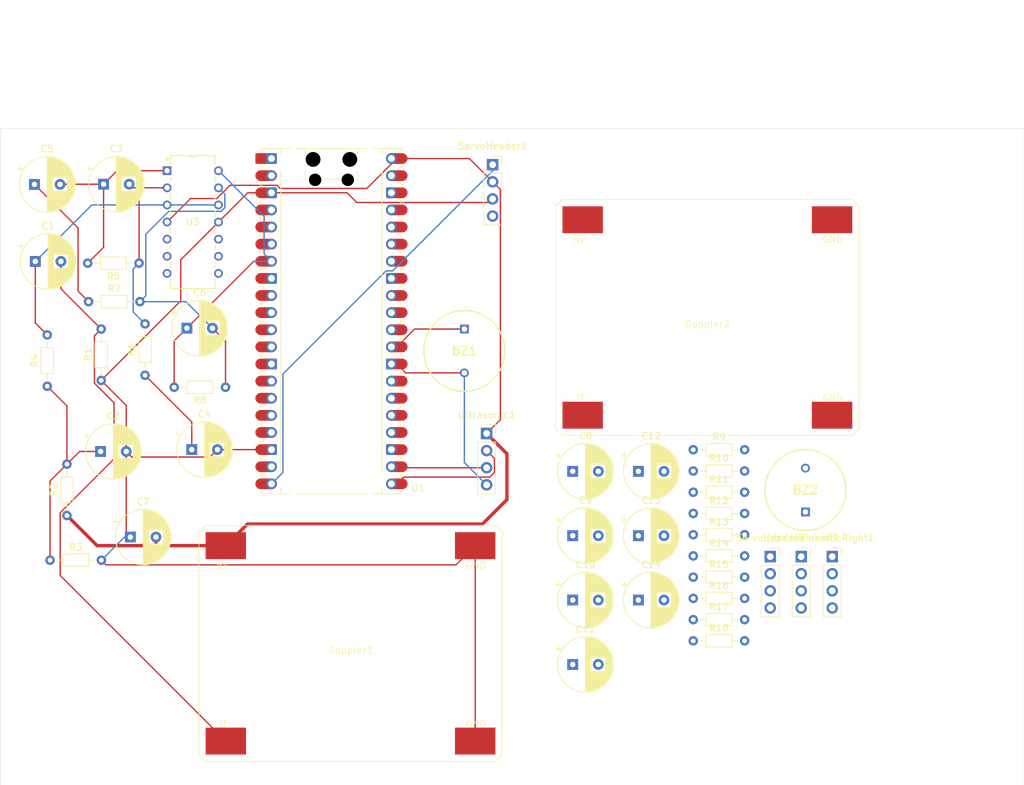
<source format=kicad_pcb>
(kicad_pcb (version 20241229) (generator "pcbnew") (generator_version "9.0")
  (layers (0 "F.Cu" signal) (2 "B.Cu" signal) (13 "F.Paste" user) (15 "B.Paste" user) (5 "F.SilkS" user "F.Silkscreen") (7 "B.SilkS" user "B.Silkscreen") (1 "F.Mask" user) (3 "B.Mask" user) (25 "Edge.Cuts" user))
  (net 0 "")
  (net 1 "Net-(BZ1--)")
  (net 2 "Net-(BZ1-+)")
  (net 3 "Net-(BZ2-+)")
  (net 10 "Net-(C9-Pad1)")
  (net 12 "Net-(Doppler2-Pin_3)")
  (net 24 "Net-(C11-Pad1)")
  (net 27 "GND")
  (net 34 "Net-(U3-2IN-)")
  (net 35 "Net-(C2-Pad1)")
  (net 36 "Net-(C4-Pad1)")
  (net 37 "Net-(C5-Pad1)")
  (net 38 "Net-(U3-1IN-)")
  (net 39 "Net-(U3-1OUT)")
  (net 40 "Net-(Doppler1-Pin_3)")
  (net 42 "Net-(ServoHeader1-Pin_1)")
  (net 43 "Net-(U1-GPIO16)")
  (net 44 "Net-(U1-GPIO17)")
  (net 45 "VCC")
  (net 46 "Net-(U3-2OUT)")
  (net 47 "Net-(C13-Pad1)")
  (net 48 "Net-(C14-Pad2)")
  (net 49 "Net-(U1-GPIO22)")
  (net 50 "Net-(U1-GPIO21)")
  (net 51 "Net-(ServoHeader2-Pin_1)")
  (net 53 "Net-(U1-GPIO19)")
  (net 54 "Net-(U1-GPIO18)")
  (footprint "Capacitor_THT:CP_Radial_D8.0mm_P3.80mm" (layer "F.Cu") (at 190.060396 116.432)
    (property "Reference" "C14" (at 1.9 -5.25 0) (layer "F.SilkS"))
    (property "Value" "2.2n")
    (pad "1" thru_hole rect (at 0 0) (size 1.6 1.6) (drill 0.8) (layers "*.Cu" "*.Mask") (net 27 "GND"))
    (pad "2" thru_hole circle (at 3.8 0) (size 1.6 1.6) (drill 0.8) (layers "*.Cu" "*.Mask") (net 48 "Net-(C14-Pad2)"))
  )
  (footprint "Resistor_THT:R_Axial_DIN0204_L3.6mm_D1.6mm_P7.62mm_Horizontal" (layer "F.Cu") (at 198.201 109.882)
    (property "Reference" "R14" (at 3.81 -1.92 0) (layer "F.SilkS"))
    (property "Value" "1M")
    (pad "1" thru_hole circle (at 0 0) (size 1.4 1.4) (drill 0.7) (layers "*.Cu" "*.Mask") (net 34 "Net-(U3-2IN-)"))
    (pad "2" thru_hole oval (at 7.62 0) (size 1.4 1.4) (drill 0.7) (layers "*.Cu" "*.Mask") (net 46 "Net-(U3-2OUT)"))
  )
  (footprint "Capacitor_THT:CP_Radial_D8.0mm_P3.80mm" (layer "F.Cu") (at 123.800349 94.107)
    (property "Reference" "C4" (at 1.9 -5.25 0) (layer "F.SilkS"))
    (property "Value" "4.7u")
    (pad "1" thru_hole rect (at 0 0) (size 1.6 1.6) (drill 0.8) (layers "*.Cu" "*.Mask") (net 36 "Net-(C4-Pad1)"))
    (pad "2" thru_hole circle (at 3.8 0) (size 1.6 1.6) (drill 0.8) (layers "*.Cu" "*.Mask") (net 27 "GND"))
  )
  (footprint "Connector_PinSocket_2.54mm:PinSocket_1x04_P2.54mm_Vertical" (layer "F.Cu") (at 218.821 109.982)
    (property "Reference" "UltrasonicRight1" (at 0 -2.77 0) (layer "F.SilkS"))
    (property "Value" "Conn_01x04")
    (pad "1" thru_hole rect (at 0 0) (size 1.7 1.7) (drill 1) (layers "*.Cu" "*.Mask") (net 45 "VCC"))
    (pad "2" thru_hole circle (at 0 2.54) (size 1.7 1.7) (drill 1) (layers "*.Cu" "*.Mask") (net 54 "Net-(U1-GPIO18)"))
    (pad "3" thru_hole circle (at 0 5.08) (size 1.7 1.7) (drill 1) (layers "*.Cu" "*.Mask") (net 53 "Net-(U1-GPIO19)"))
    (pad "4" thru_hole circle (at 0 7.62) (size 1.7 1.7) (drill 1) (layers "*.Cu" "*.Mask") (net 27 "GND"))
  )
  (footprint "Resistor_THT:R_Axial_DIN0204_L3.6mm_D1.6mm_P7.62mm_Horizontal" (layer "F.Cu") (at 128.811 84.86 180)
    (property "Reference" "R8" (at 3.81 -1.92 0) (layer "F.SilkS"))
    (property "Value" "1m")
    (pad "1" thru_hole circle (at 0 0 180) (size 1.4 1.4) (drill 0.7) (layers "*.Cu" "*.Mask") (net 27 "GND"))
    (pad "2" thru_hole oval (at 7.62 0 180) (size 1.4 1.4) (drill 0.7) (layers "*.Cu" "*.Mask") (net 27 "GND"))
  )
  (footprint "Resistor_THT:R_Axial_DIN0204_L3.6mm_D1.6mm_P7.62mm_Horizontal" (layer "F.Cu") (at 198.201 116.182)
    (property "Reference" "R16" (at 3.81 -1.92 0) (layer "F.SilkS"))
    (property "Value" "1m")
    (pad "1" thru_hole circle (at 0 0) (size 1.4 1.4) (drill 0.7) (layers "*.Cu" "*.Mask") (net 48 "Net-(C14-Pad2)"))
    (pad "2" thru_hole oval (at 7.62 0) (size 1.4 1.4) (drill 0.7) (layers "*.Cu" "*.Mask") (net 27 "GND"))
  )
  (footprint "RadarFootprints:N14" (layer "F.Cu") (at 127.762 67.969)
    (property "Reference" "U3" (at -3.81 -7.62 0) (layer "F.SilkS"))
    (property "Value" "LM324N")
    (fp_text user "*" (at -7.62 -16.6497 0) (layer "F.SilkS"))
    (fp_text user "*" (at -7.62 -16.6497 0) (layer "F.SilkS"))
    (pad "1" thru_hole rect (at -7.62 -15.24) (size 1.2954 1.2954) (drill 0.7874) (layers "*.Cu" "*.Mask") (net 39 "Net-(U3-1OUT)"))
    (pad "2" thru_hole circle (at -7.62 -12.7) (size 1.2954 1.2954) (drill 0.7874) (layers "*.Cu" "*.Mask") (net 38 "Net-(U3-1IN-)"))
    (pad "3" thru_hole circle (at -7.62 -10.16) (size 1.2954 1.2954) (drill 0.7874) (layers "*.Cu" "*.Mask") (net 27 "GND"))
    (pad "4" thru_hole circle (at -7.62 -7.62) (size 1.2954 1.2954) (drill 0.7874) (layers "*.Cu" "*.Mask") (net 45 "VCC"))
    (pad "5" thru_hole circle (at -7.62 -5.08) (size 1.2954 1.2954) (drill 0.7874) (layers "*.Cu" "*.Mask") (net 27 "GND"))
    (pad "6" thru_hole circle (at -7.62 -2.54) (size 1.2954 1.2954) (drill 0.7874) (layers "*.Cu" "*.Mask") (net 34 "Net-(U3-2IN-)"))
    (pad "7" thru_hole circle (at -7.62 0) (size 1.2954 1.2954) (drill 0.7874) (layers "*.Cu" "*.Mask") (net 46 "Net-(U3-2OUT)"))
    (pad "8" thru_hole circle (at 0 0) (size 1.2954 1.2954) (drill 0.7874) (layers "*.Cu" "*.Mask") (net 27 "GND"))
    (pad "9" thru_hole circle (at 0 -2.54) (size 1.2954 1.2954) (drill 0.7874) (layers "*.Cu" "*.Mask") (net 27 "GND"))
    (pad "10" thru_hole circle (at 0 -5.08) (size 1.2954 1.2954) (drill 0.7874) (layers "*.Cu" "*.Mask") (net 27 "GND"))
    (pad "11" thru_hole circle (at 0 -7.62) (size 1.2954 1.2954) (drill 0.7874) (layers "*.Cu" "*.Mask") (net 27 "GND"))
    (pad "12" thru_hole circle (at 0 -10.16) (size 1.2954 1.2954) (drill 0.7874) (layers "*.Cu" "*.Mask") (net 27 "GND"))
    (pad "13" thru_hole circle (at 0 -12.7) (size 1.2954 1.2954) (drill 0.7874) (layers "*.Cu" "*.Mask") (net 27 "GND"))
    (pad "14" thru_hole circle (at 0 -15.24) (size 1.2954 1.2954) (drill 0.7874) (layers "*.Cu" "*.Mask") (net 27 "GND"))
  )
  (footprint "Resistor_THT:R_Axial_DIN0204_L3.6mm_D1.6mm_P7.62mm_Horizontal" (layer "F.Cu") (at 105.283 103.886 90)
    (property "Reference" "R2" (at 3.81 -1.92 90) (layer "F.SilkS"))
    (property "Value" "100k")
    (pad "1" thru_hole circle (at 0 0 90) (size 1.4 1.4) (drill 0.7) (layers "*.Cu" "*.Mask") (net 45 "VCC"))
    (pad "2" thru_hole oval (at 7.62 0 90) (size 1.4 1.4) (drill 0.7) (layers "*.Cu" "*.Mask") (net 35 "Net-(C2-Pad1)"))
  )
  (footprint "Capacitor_THT:CP_Radial_D8.0mm_P3.80mm" (layer "F.Cu") (at 180.315698 125.982)
    (property "Reference" "C11" (at 1.9 -5.25 0) (layer "F.SilkS"))
    (property "Value" "4.7u")
    (pad "1" thru_hole rect (at 0 0) (size 1.6 1.6) (drill 0.8) (layers "*.Cu" "*.Mask") (net 24 "Net-(C11-Pad1)"))
    (pad "2" thru_hole circle (at 3.8 0) (size 1.6 1.6) (drill 0.8) (layers "*.Cu" "*.Mask") (net 27 "GND"))
  )
  (footprint "Capacitor_THT:CP_Radial_D8.0mm_P3.80mm" (layer "F.Cu") (at 180.315698 106.882)
    (property "Reference" "C9" (at 1.9 -5.25 0) (layer "F.SilkS"))
    (property "Value" "100uf")
    (pad "1" thru_hole rect (at 0 0) (size 1.6 1.6) (drill 0.8) (layers "*.Cu" "*.Mask") (net 10 "Net-(C9-Pad1)"))
    (pad "2" thru_hole circle (at 3.8 0) (size 1.6 1.6) (drill 0.8) (layers "*.Cu" "*.Mask") (net 27 "GND"))
  )
  (footprint "Capacitor_THT:CP_Radial_D8.0mm_P3.80mm" (layer "F.Cu") (at 114.689349 107.085)
    (property "Reference" "C7" (at 1.9 -5.25 0) (layer "F.SilkS"))
    (property "Value" "0.1u")
    (pad "1" thru_hole rect (at 0 0) (size 1.6 1.6) (drill 0.8) (layers "*.Cu" "*.Mask") (net 27 "GND"))
    (pad "2" thru_hole circle (at 3.8 0) (size 1.6 1.6) (drill 0.8) (layers "*.Cu" "*.Mask") (net 45 "VCC"))
  )
  (footprint "Capacitor_THT:CP_Radial_D8.0mm_P3.80mm" (layer "F.Cu") (at 180.315698 116.432)
    (property "Reference" "C10" (at 1.9 -5.25 0) (layer "F.SilkS"))
    (property "Value" "4.7u")
    (pad "1" thru_hole rect (at 0 0) (size 1.6 1.6) (drill 0.8) (layers "*.Cu" "*.Mask") (net 27 "GND"))
    (pad "2" thru_hole circle (at 3.8 0) (size 1.6 1.6) (drill 0.8) (layers "*.Cu" "*.Mask") (net 12 "Net-(Doppler2-Pin_3)"))
  )
  (footprint "Capacitor_THT:CP_Radial_D8.0mm_P3.80mm" (layer "F.Cu") (at 110.719349 54.737)
    (property "Reference" "C3" (at 1.9 -5.25 0) (layer "F.SilkS"))
    (property "Value" "2.2n")
    (pad "1" thru_hole rect (at 0 0) (size 1.6 1.6) (drill 0.8) (layers "*.Cu" "*.Mask") (net 39 "Net-(U3-1OUT)"))
    (pad "2" thru_hole circle (at 3.8 0) (size 1.6 1.6) (drill 0.8) (layers "*.Cu" "*.Mask") (net 38 "Net-(U3-1IN-)"))
  )
  (footprint "Capacitor_THT:CP_Radial_D8.0mm_P3.80mm" (layer "F.Cu") (at 100.465349 54.761)
    (property "Reference" "C5" (at 1.9 -5.25 0) (layer "F.SilkS"))
    (property "Value" "4.7u")
    (pad "1" thru_hole rect (at 0 0) (size 1.6 1.6) (drill 0.8) (layers "*.Cu" "*.Mask") (net 37 "Net-(C5-Pad1)"))
    (pad "2" thru_hole circle (at 3.8 0) (size 1.6 1.6) (drill 0.8) (layers "*.Cu" "*.Mask") (net 39 "Net-(U3-1OUT)"))
  )
  (footprint "Capacitor_THT:CP_Radial_D8.0mm_P3.80mm" (layer "F.Cu") (at 123.071349 76.097)
    (property "Reference" "C6" (at 1.9 -5.25 0) (layer "F.SilkS"))
    (property "Value" "2.2n")
    (pad "1" thru_hole rect (at 0 0) (size 1.6 1.6) (drill 0.8) (layers "*.Cu" "*.Mask") (net 27 "GND"))
    (pad "2" thru_hole circle (at 3.8 0) (size 1.6 1.6) (drill 0.8) (layers "*.Cu" "*.Mask") (net 27 "GND"))
  )
  (footprint "RadarFootprints:COM07950" (layer "F.Cu") (at 164.244 76.224 180)
    (property "Reference" "BZ1" (at 0 -3.25 0) (layer "F.SilkS") (effects (font (size 1.27 1.27) (thickness 0.254))))
    (property "Value" "Buzzer" (hide yes))
    (pad "1" thru_hole rect (at 0 0 180) (size 1.3 1.3) (drill 0.8) (layers "*.Cu" "*.Mask") (net 2 "Net-(BZ1-+)"))
    (pad "2" thru_hole circle (at 0 -6.5 180) (size 1.3 1.3) (drill 0.8) (layers "*.Cu" "*.Mask") (net 27 "GND"))
  )
  (footprint "Connector_PinSocket_2.54mm:PinSocket_1x04_P2.54mm_Vertical" (layer "F.Cu") (at 214.221 109.982)
    (property "Reference" "UltrasonicLeft1" (at 0 -2.77 0) (layer "F.SilkS"))
    (property "Value" "Conn_01x04")
    (pad "1" thru_hole rect (at 0 0) (size 1.7 1.7) (drill 1) (layers "*.Cu" "*.Mask") (net 45 "VCC"))
    (pad "2" thru_hole circle (at 0 2.54) (size 1.7 1.7) (drill 1) (layers "*.Cu" "*.Mask") (net 43 "Net-(U1-GPIO16)"))
    (pad "3" thru_hole circle (at 0 5.08) (size 1.7 1.7) (drill 1) (layers "*.Cu" "*.Mask") (net 44 "Net-(U1-GPIO17)"))
    (pad "4" thru_hole circle (at 0 7.62) (size 1.7 1.7) (drill 1) (layers "*.Cu" "*.Mask") (net 27 "GND"))
  )
  (footprint "RadarFootprints:HB100" (layer "F.Cu") (at 200.296 76.007)
    (property "Reference" "Doppler2" (at 0 -0.5 0) (layer "F.SilkS") (effects (font (thickness 0.1))))
    (property "Value" "Conn_01x04")
    (fp_text user "GND" (at 17 -12.5 0) (layer "F.SilkS") (effects (font (thickness 0.1)) (justify left bottom)))
    (fp_text user "IF" (at -19.5 11 0) (layer "F.SilkS") (effects (font (thickness 0.1)) (justify left bottom)))
    (fp_text user "GND" (at 17 11 0) (layer "F.SilkS") (effects (font (thickness 0.1)) (justify left bottom)))
    (fp_text user "5V" (at -20 -12.5 0) (layer "F.SilkS") (effects (font (thickness 0.1)) (justify left bottom)))
    (pad "1" smd rect (at 18.5 -16) (size 6 4) (layers "F.Cu" "F.Mask" "F.Paste") (net 27 "GND"))
    (pad "2" smd rect (at -18.5 -16) (size 6 4) (layers "F.Cu" "F.Mask" "F.Paste") (net 45 "VCC"))
    (pad "3" smd rect (at -18.5 13) (size 6 4) (layers "F.Cu" "F.Mask" "F.Paste") (net 12 "Net-(Doppler2-Pin_3)"))
    (pad "4" smd rect (at 18.5 13) (size 6 4) (layers "F.Cu" "F.Mask" "F.Paste") (net 27 "GND"))
  )
  (footprint "Resistor_THT:R_Axial_DIN0204_L3.6mm_D1.6mm_P7.62mm_Horizontal" (layer "F.Cu") (at 198.201 119.332)
    (property "Reference" "R17" (at 3.81 -1.92 0) (layer "F.SilkS"))
    (property "Value" "TBD")
    (pad "1" thru_hole circle (at 0 0) (size 1.4 1.4) (drill 0.7) (layers "*.Cu" "*.Mask") (net 49 "Net-(U1-GPIO22)"))
    (pad "2" thru_hole oval (at 7.62 0) (size 1.4 1.4) (drill 0.7) (layers "*.Cu" "*.Mask") (net 2 "Net-(BZ1-+)"))
  )
  (footprint "Connector_PinSocket_2.54mm:PinSocket_1x04_P2.54mm_Vertical" (layer "F.Cu") (at 168.435 51.84)
    (property "Reference" "ServoHeader1" (at 0 -2.77 0) (layer "F.SilkS"))
    (property "Value" "Conn_01x04")
    (pad "1" thru_hole rect (at 0 0) (size 1.7 1.7) (drill 1) (layers "*.Cu" "*.Mask") (net 42 "Net-(ServoHeader1-Pin_1)"))
    (pad "2" thru_hole circle (at 0 2.54) (size 1.7 1.7) (drill 1) (layers "*.Cu" "*.Mask") (net 45 "VCC"))
    (pad "3" thru_hole circle (at 0 5.08) (size 1.7 1.7) (drill 1) (layers "*.Cu" "*.Mask") (net 27 "GND"))
    (pad "4" thru_hole circle (at 0 7.62) (size 1.7 1.7) (drill 1) (layers "*.Cu" "*.Mask"))
  )
  (footprint "Resistor_THT:R_Axial_DIN0204_L3.6mm_D1.6mm_P7.62mm_Horizontal" (layer "F.Cu") (at 198.201 106.732)
    (property "Reference" "R13" (at 3.81 -1.92 0) (layer "F.SilkS"))
    (property "Value" "10k")
    (pad "1" thru_hole circle (at 0 0) (size 1.4 1.4) (drill 0.7) (layers "*.Cu" "*.Mask") (net 24 "Net-(C11-Pad1)"))
    (pad "2" thru_hole oval (at 7.62 0) (size 1.4 1.4) (drill 0.7) (layers "*.Cu" "*.Mask") (net 34 "Net-(U3-2IN-)"))
  )
  (footprint "Capacitor_THT:CP_Radial_D8.0mm_P3.80mm" (layer "F.Cu") (at 100.592349 66.191)
    (property "Reference" "C1" (at 1.9 -5.25 0) (layer "F.SilkS"))
    (property "Value" "4.7u")
    (pad "1" thru_hole rect (at 0 0) (size 1.6 1.6) (drill 0.8) (layers "*.Cu" "*.Mask") (net 27 "GND"))
    (pad "2" thru_hole circle (at 3.8 0) (size 1.6 1.6) (drill 0.8) (layers "*.Cu" "*.Mask") (net 40 "Net-(Doppler1-Pin_3)"))
  )
  (footprint "Resistor_THT:R_Axial_DIN0204_L3.6mm_D1.6mm_P7.62mm_Horizontal" (layer "F.Cu") (at 108.491 72.16)
    (property "Reference" "R7" (at 3.81 -1.92 0) (layer "F.SilkS"))
    (property "Value" "8.2k")
    (pad "1" thru_hole circle (at 0 0) (size 1.4 1.4) (drill 0.7) (layers "*.Cu" "*.Mask") (net 37 "Net-(C5-Pad1)"))
    (pad "2" thru_hole oval (at 7.62 0) (size 1.4 1.4) (drill 0.7) (layers "*.Cu" "*.Mask") (net 27 "GND"))
  )
  (footprint "Resistor_THT:R_Axial_DIN0204_L3.6mm_D1.6mm_P7.62mm_Horizontal" (layer "F.Cu") (at 198.201 122.482)
    (property "Reference" "R18" (at 3.81 -1.92 0) (layer "F.SilkS"))
    (property "Value" "TBD")
    (pad "1" thru_hole circle (at 0 0) (size 1.4 1.4) (drill 0.7) (layers "*.Cu" "*.Mask") (net 50 "Net-(U1-GPIO21)"))
    (pad "2" thru_hole oval (at 7.62 0) (size 1.4 1.4) (drill 0.7) (layers "*.Cu" "*.Mask") (net 3 "Net-(BZ2-+)"))
  )
  (footprint "Capacitor_THT:CP_Radial_D8.0mm_P3.80mm" (layer "F.Cu") (at 190.060396 97.332)
    (property "Reference" "C12" (at 1.9 -5.25 0) (layer "F.SilkS"))
    (property "Value" "2.2n")
    (pad "1" thru_hole rect (at 0 0) (size 1.6 1.6) (drill 0.8) (layers "*.Cu" "*.Mask") (net 46 "Net-(U3-2OUT)"))
    (pad "2" thru_hole circle (at 3.8 0) (size 1.6 1.6) (drill 0.8) (layers "*.Cu" "*.Mask") (net 34 "Net-(U3-2IN-)"))
  )
  (footprint "Resistor_THT:R_Axial_DIN0204_L3.6mm_D1.6mm_P7.62mm_Horizontal" (layer "F.Cu") (at 116.873 83.082 90)
    (property "Reference" "R6" (at 3.81 -1.92 90) (layer "F.SilkS"))
    (property "Value" "10k")
    (pad "1" thru_hole circle (at 0 0 90) (size 1.4 1.4) (drill 0.7) (layers "*.Cu" "*.Mask") (net 36 "Net-(C4-Pad1)"))
    (pad "2" thru_hole oval (at 7.62 0 90) (size 1.4 1.4) (drill 0.7) (layers "*.Cu" "*.Mask") (net 38 "Net-(U3-1IN-)"))
  )
  (footprint "Capacitor_THT:CP_Radial_D8.0mm_P3.80mm" (layer "F.Cu") (at 110.279 94.385)
    (property "Reference" "C2" (at 1.9 -5.25 0) (layer "F.SilkS"))
    (property "Value" "100uf")
    (pad "1" thru_hole rect (at 0 0) (size 1.6 1.6) (drill 0.8) (layers "*.Cu" "*.Mask") (net 35 "Net-(C2-Pad1)"))
    (pad "2" thru_hole circle (at 3.8 0) (size 1.6 1.6) (drill 0.8) (layers "*.Cu" "*.Mask") (net 27 "GND"))
  )
  (footprint "Connector_PinSocket_2.54mm:PinSocket_1x04_P2.54mm_Vertical" (layer "F.Cu") (at 209.621 109.982)
    (property "Reference" "ServoHeader2" (at 0 -2.77 0) (layer "F.SilkS"))
    (property "Value" "Conn_01x04")
    (pad "1" thru_hole rect (at 0 0) (size 1.7 1.7) (drill 1) (layers "*.Cu" "*.Mask") (net 51 "Net-(ServoHeader2-Pin_1)"))
    (pad "2" thru_hole circle (at 0 2.54) (size 1.7 1.7) (drill 1) (layers "*.Cu" "*.Mask") (net 45 "VCC"))
    (pad "3" thru_hole circle (at 0 5.08) (size 1.7 1.7) (drill 1) (layers "*.Cu" "*.Mask") (net 27 "GND"))
    (pad "4" thru_hole circle (at 0 7.62) (size 1.7 1.7) (drill 1) (layers "*.Cu" "*.Mask"))
  )
  (footprint "Resistor_THT:R_Axial_DIN0204_L3.6mm_D1.6mm_P7.62mm_Horizontal" (layer "F.Cu") (at 198.201 100.432)
    (property "Reference" "R11" (at 3.81 -1.92 0) (layer "F.SilkS"))
    (property "Value" "12k")
    (pad "1" thru_hole circle (at 0 0) (size 1.4 1.4) (drill 0.7) (layers "*.Cu" "*.Mask") (net 27 "GND"))
    (pad "2" thru_hole oval (at 7.62 0) (size 1.4 1.4) (drill 0.7) (layers "*.Cu" "*.Mask") (net 12 "Net-(Doppler2-Pin_3)"))
  )
  (footprint "Resistor_THT:R_Axial_DIN0204_L3.6mm_D1.6mm_P7.62mm_Horizontal" (layer "F.Cu") (at 198.201 94.132)
    (property "Reference" "R9" (at 3.81 -1.92 0) (layer "F.SilkS"))
    (property "Value" "100k")
    (pad "1" thru_hole circle (at 0 0) (size 1.4 1.4) (drill 0.7) (layers "*.Cu" "*.Mask") (net 10 "Net-(C9-Pad1)"))
    (pad "2" thru_hole oval (at 7.62 0) (size 1.4 1.4) (drill 0.7) (layers "*.Cu" "*.Mask") (net 27 "GND"))
  )
  (footprint "Connector_PinSocket_2.54mm:PinSocket_1x04_P2.54mm_Vertical" (layer "F.Cu") (at 167.546 91.718)
    (property "Reference" "Ultrasonic1" (at 0 -2.77 0) (layer "F.SilkS"))
    (property "Value" "Conn_01x04")
    (pad "1" thru_hole rect (at 0 0) (size 1.7 1.7) (drill 1) (layers "*.Cu" "*.Mask") (net 45 "VCC"))
    (pad "2" thru_hole circle (at 0 2.54) (size 1.7 1.7) (drill 1) (layers "*.Cu" "*.Mask") (net 43 "Net-(U1-GPIO16)"))
    (pad "3" thru_hole circle (at 0 5.08) (size 1.7 1.7) (drill 1) (layers "*.Cu" "*.Mask") (net 44 "Net-(U1-GPIO17)"))
    (pad "4" thru_hole circle (at 0 7.62) (size 1.7 1.7) (drill 1) (layers "*.Cu" "*.Mask") (net 1 "Net-(BZ1--)"))
  )
  (footprint "Capacitor_THT:CP_Radial_D8.0mm_P3.80mm" (layer "F.Cu") (at 190.060396 106.882)
    (property "Reference" "C13" (at 1.9 -5.25 0) (layer "F.SilkS"))
    (property "Value" "4.7u")
    (pad "1" thru_hole rect (at 0 0) (size 1.6 1.6) (drill 0.8) (layers "*.Cu" "*.Mask") (net 47 "Net-(C13-Pad1)"))
    (pad "2" thru_hole circle (at 3.8 0) (size 1.6 1.6) (drill 0.8) (layers "*.Cu" "*.Mask") (net 46 "Net-(U3-2OUT)"))
  )
  (footprint "Resistor_THT:R_Axial_DIN0204_L3.6mm_D1.6mm_P7.62mm_Horizontal" (layer "F.Cu") (at 102.776 110.514)
    (property "Reference" "R3" (at 3.81 -1.92 0) (layer "F.SilkS"))
    (property "Value" "100k")
    (pad "1" thru_hole circle (at 0 0) (size 1.4 1.4) (drill 0.7) (layers "*.Cu" "*.Mask") (net 35 "Net-(C2-Pad1)"))
    (pad "2" thru_hole oval (at 7.62 0) (size 1.4 1.4) (drill 0.7) (layers "*.Cu" "*.Mask") (net 27 "GND"))
  )
  (footprint "Resistor_THT:R_Axial_DIN0204_L3.6mm_D1.6mm_P7.62mm_Horizontal" (layer "F.Cu") (at 102.362 84.709 90)
    (property "Reference" "R4" (at 3.81 -1.92 90) (layer "F.SilkS"))
    (property "Value" "33k")
    (pad "1" thru_hole circle (at 0 0 90) (size 1.4 1.4) (drill 0.7) (layers "*.Cu" "*.Mask") (net 35 "Net-(C2-Pad1)"))
    (pad "2" thru_hole oval (at 7.62 0 90) (size 1.4 1.4) (drill 0.7) (layers "*.Cu" "*.Mask") (net 27 "GND"))
  )
  (footprint "Resistor_THT:R_Axial_DIN0204_L3.6mm_D1.6mm_P7.62mm_Horizontal" (layer "F.Cu") (at 198.201 97.282)
    (property "Reference" "R10" (at 3.81 -1.92 0) (layer "F.SilkS"))
    (property "Value" "100k")
    (pad "1" thru_hole circle (at 0 0) (size 1.4 1.4) (drill 0.7) (layers "*.Cu" "*.Mask") (net 45 "VCC"))
    (pad "2" thru_hole oval (at 7.62 0) (size 1.4 1.4) (drill 0.7) (layers "*.Cu" "*.Mask") (net 10 "Net-(C9-Pad1)"))
  )
  (footprint "RadarFootprints:COM07950" (layer "F.Cu") (at 214.846 103.357)
    (property "Reference" "BZ2" (at 0 -3.25 0) (layer "F.SilkS") (effects (font (size 1.27 1.27) (thickness 0.254))))
    (property "Value" "Buzzer" (hide yes))
    (pad "1" thru_hole rect (at 0 0) (size 1.3 1.3) (drill 0.8) (layers "*.Cu" "*.Mask") (net 3 "Net-(BZ2-+)"))
    (pad "2" thru_hole circle (at 0 -6.5) (size 1.3 1.3) (drill 0.8) (layers "*.Cu" "*.Mask") (net 27 "GND"))
  )
  (footprint "Module:RaspberryPi_Pico_Common_Unspecified" (layer "F.Cu") (at 144.526 75.057)
    (property "Reference" "U1" (at 11.7475 24.765 0) (layer "F.SilkS") (effects (justify left)))
    (property "Value" "Pico")
    (pad "" np_thru_hole circle (at -2.725 -24) (size 2.2 2.2) (drill 2.2) (layers "*.Mask"))
    (pad "" np_thru_hole circle (at -2.425 -20.97) (size 1.85 1.85) (drill 1.85) (layers "*.Mask"))
    (pad "" np_thru_hole circle (at 2.425 -20.97) (size 1.85 1.85) (drill 1.85) (layers "*.Mask"))
    (pad "" np_thru_hole circle (at 2.725 -24) (size 2.2 2.2) (drill 2.2) (layers "*.Mask"))
    (pad "1" smd custom (at -9.69 -24.13) (size 1.6 0.8) (layers "F.Cu" "F.Mask") (options (clearance outline) (anchor rect)) (primitives (gr_circle (center 0.8 0) (end 1.6 0) (width 0) (fill yes)) (gr_poly (pts (xy -1.6 -0.6) (xy -1.6 0.6) (xy -1.4 0.8) (xy 0.8 0.8) (xy 0.8 -0.8) (xy -1.4 -0.8)) (width 0) (fill yes)) (gr_circle (center -1.4 -0.6) (end -1.2 -0.6) (width 0) (fill yes)) (gr_circle (center -1.4 0.6) (end -1.2 0.6) (width 0) (fill yes))))
    (pad "1" thru_hole roundrect (at -8.89 -24.13) (size 1.6 1.6) (drill 1) (layers "*.Cu" "*.Mask") (roundrect_rratio 0.125))
    (pad "2" smd roundrect (at -9.69 -21.59) (size 3.2 1.6) (layers "F.Cu" "F.Mask") (roundrect_rratio 0.5))
    (pad "2" thru_hole circle (at -8.89 -21.59) (size 1.6 1.6) (drill 1) (layers "*.Cu" "*.Mask"))
    (pad "3" smd custom (at -9.69 -19.05) (size 1.6 0.8) (layers "F.Cu" "F.Mask") (net 27 "GND") (options (clearance outline) (anchor rect)) (primitives (gr_circle (center -0.8 0) (end 0 0) (width 0) (fill yes)) (gr_poly (pts (xy 1.6 -0.6) (xy 1.6 0.6) (xy 1.4 0.8) (xy -0.8 0.8) (xy -0.8 -0.8) (xy 1.4 -0.8)) (width 0) (fill yes)) (gr_circle (center 1.4 -0.6) (end 1.6 -0.6) (width 0) (fill yes)) (gr_circle (center 1.4 0.6) (end 1.6 0.6) (width 0) (fill yes))))
    (pad "3" thru_hole custom (at -8.89 -19.05) (size 1.6 1.6) (drill 1) (layers "*.Cu" "*.Mask") (net 27 "GND") (options (clearance outline) (anchor circle)) (primitives (gr_poly (pts (xy 0.8 0.6) (xy 0.8 -0.6) (xy 0.6 -0.8) (xy 0 -0.8) (xy 0 0.8) (xy 0.6 0.8)) (width 0) (fill yes)) (gr_circle (center 0.6 0.6) (end 0.8 0.6) (width 0) (fill yes)) (gr_circle (center 0.6 -0.6) (end 0.8 -0.6) (width 0) (fill yes))))
    (pad "4" smd roundrect (at -9.69 -16.51) (size 3.2 1.6) (layers "F.Cu" "F.Mask") (roundrect_rratio 0.5))
    (pad "4" thru_hole circle (at -8.89 -16.51) (size 1.6 1.6) (drill 1) (layers "*.Cu" "*.Mask"))
    (pad "5" smd roundrect (at -9.69 -13.97) (size 3.2 1.6) (layers "F.Cu" "F.Mask") (roundrect_rratio 0.5))
    (pad "5" thru_hole circle (at -8.89 -13.97) (size 1.6 1.6) (drill 1) (layers "*.Cu" "*.Mask"))
    (pad "6" smd roundrect (at -9.69 -11.43) (size 3.2 1.6) (layers "F.Cu" "F.Mask") (roundrect_rratio 0.5) (net 27 "GND"))
    (pad "6" thru_hole circle (at -8.89 -11.43) (size 1.6 1.6) (drill 1) (layers "*.Cu" "*.Mask") (net 27 "GND"))
    (pad "7" smd roundrect (at -9.69 -8.89) (size 3.2 1.6) (layers "F.Cu" "F.Mask") (roundrect_rratio 0.5) (net 27 "GND"))
    (pad "7" thru_hole circle (at -8.89 -8.89) (size 1.6 1.6) (drill 1) (layers "*.Cu" "*.Mask") (net 27 "GND"))
    (pad "8" smd custom (at -9.69 -6.35) (size 1.6 0.8) (layers "F.Cu" "F.Mask") (options (clearance outline) (anchor rect)) (primitives (gr_circle (center -0.8 0) (end 0 0) (width 0) (fill yes)) (gr_poly (pts (xy 1.6 -0.6) (xy 1.6 0.6) (xy 1.4 0.8) (xy -0.8 0.8) (xy -0.8 -0.8) (xy 1.4 -0.8)) (width 0) (fill yes)) (gr_circle (center 1.4 -0.6) (end 1.6 -0.6) (width 0) (fill yes)) (gr_circle (center 1.4 0.6) (end 1.6 0.6) (width 0) (fill yes))))
    (pad "8" thru_hole custom (at -8.89 -6.35) (size 1.6 1.6) (drill 1) (layers "*.Cu" "*.Mask") (options (clearance outline) (anchor circle)) (primitives (gr_poly (pts (xy 0.8 0.6) (xy 0.8 -0.6) (xy 0.6 -0.8) (xy 0 -0.8) (xy 0 0.8) (xy 0.6 0.8)) (width 0) (fill yes)) (gr_circle (center 0.6 0.6) (end 0.8 0.6) (width 0) (fill yes)) (gr_circle (center 0.6 -0.6) (end 0.8 -0.6) (width 0) (fill yes))))
    (pad "9" smd roundrect (at -9.69 -3.81) (size 3.2 1.6) (layers "F.Cu" "F.Mask") (roundrect_rratio 0.5))
    (pad "9" thru_hole circle (at -8.89 -3.81) (size 1.6 1.6) (drill 1) (layers "*.Cu" "*.Mask"))
    (pad "10" smd roundrect (at -9.69 -1.27) (size 3.2 1.6) (layers "F.Cu" "F.Mask") (roundrect_rratio 0.5))
    (pad "10" thru_hole circle (at -8.89 -1.27) (size 1.6 1.6) (drill 1) (layers "*.Cu" "*.Mask"))
    (pad "11" smd roundrect (at -9.69 1.27) (size 3.2 1.6) (layers "F.Cu" "F.Mask") (roundrect_rratio 0.5))
    (pad "11" thru_hole circle (at -8.89 1.27) (size 1.6 1.6) (drill 1) (layers "*.Cu" "*.Mask"))
    (pad "12" smd roundrect (at -9.69 3.81) (size 3.2 1.6) (layers "F.Cu" "F.Mask") (roundrect_rratio 0.5))
    (pad "12" thru_hole circle (at -8.89 3.81) (size 1.6 1.6) (drill 1) (layers "*.Cu" "*.Mask"))
    (pad "13" smd custom (at -9.69 6.35) (size 1.6 0.8) (layers "F.Cu" "F.Mask") (options (clearance outline) (anchor rect)) (primitives (gr_circle (center -0.8 0) (end 0 0) (width 0) (fill yes)) (gr_poly (pts (xy 1.6 -0.6) (xy 1.6 0.6) (xy 1.4 0.8) (xy -0.8 0.8) (xy -0.8 -0.8) (xy 1.4 -0.8)) (width 0) (fill yes)) (gr_circle (center 1.4 -0.6) (end 1.6 -0.6) (width 0) (fill yes)) (gr_circle (center 1.4 0.6) (end 1.6 0.6) (width 0) (fill yes))))
    (pad "13" thru_hole custom (at -8.89 6.35) (size 1.6 1.6) (drill 1) (layers "*.Cu" "*.Mask") (options (clearance outline) (anchor circle)) (primitives (gr_poly (pts (xy 0.8 0.6) (xy 0.8 -0.6) (xy 0.6 -0.8) (xy 0 -0.8) (xy 0 0.8) (xy 0.6 0.8)) (width 0) (fill yes)) (gr_circle (center 0.6 0.6) (end 0.8 0.6) (width 0) (fill yes)) (gr_circle (center 0.6 -0.6) (end 0.8 -0.6) (width 0) (fill yes))))
    (pad "14" smd roundrect (at -9.69 8.89) (size 3.2 1.6) (layers "F.Cu" "F.Mask") (roundrect_rratio 0.5))
    (pad "14" thru_hole circle (at -8.89 8.89) (size 1.6 1.6) (drill 1) (layers "*.Cu" "*.Mask"))
    (pad "15" smd roundrect (at -9.69 11.43) (size 3.2 1.6) (layers "F.Cu" "F.Mask") (roundrect_rratio 0.5))
    (pad "15" thru_hole circle (at -8.89 11.43) (size 1.6 1.6) (drill 1) (layers "*.Cu" "*.Mask"))
    (pad "16" smd roundrect (at -9.69 13.97) (size 3.2 1.6) (layers "F.Cu" "F.Mask") (roundrect_rratio 0.5))
    (pad "16" thru_hole circle (at -8.89 13.97) (size 1.6 1.6) (drill 1) (layers "*.Cu" "*.Mask"))
    (pad "17" smd roundrect (at -9.69 16.51) (size 3.2 1.6) (layers "F.Cu" "F.Mask") (roundrect_rratio 0.5))
    (pad "17" thru_hole circle (at -8.89 16.51) (size 1.6 1.6) (drill 1) (layers "*.Cu" "*.Mask"))
    (pad "18" smd custom (at -9.69 19.05) (size 1.6 0.8) (layers "F.Cu" "F.Mask") (net 27 "GND") (options (clearance outline) (anchor rect)) (primitives (gr_circle (center -0.8 0) (end 0 0) (width 0) (fill yes)) (gr_poly (pts (xy 1.6 -0.6) (xy 1.6 0.6) (xy 1.4 0.8) (xy -0.8 0.8) (xy -0.8 -0.8) (xy 1.4 -0.8)) (width 0) (fill yes)) (gr_circle (center 1.4 -0.6) (end 1.6 -0.6) (width 0) (fill yes)) (gr_circle (center 1.4 0.6) (end 1.6 0.6) (width 0) (fill yes))))
    (pad "18" thru_hole custom (at -8.89 19.05) (size 1.6 1.6) (drill 1) (layers "*.Cu" "*.Mask") (net 27 "GND") (options (clearance outline) (anchor circle)) (primitives (gr_poly (pts (xy 0.8 0.6) (xy 0.8 -0.6) (xy 0.6 -0.8) (xy 0 -0.8) (xy 0 0.8) (xy 0.6 0.8)) (width 0) (fill yes)) (gr_circle (center 0.6 0.6) (end 0.8 0.6) (width 0) (fill yes)) (gr_circle (center 0.6 -0.6) (end 0.8 -0.6) (width 0) (fill yes))))
    (pad "19" smd roundrect (at -9.69 21.59) (size 3.2 1.6) (layers "F.Cu" "F.Mask") (roundrect_rratio 0.5) (net 51 "Net-(ServoHeader2-Pin_1)"))
    (pad "19" thru_hole circle (at -8.89 21.59) (size 1.6 1.6) (drill 1) (layers "*.Cu" "*.Mask") (net 51 "Net-(ServoHeader2-Pin_1)"))
    (pad "20" smd roundrect (at -9.69 24.13) (size 3.2 1.6) (layers "F.Cu" "F.Mask") (roundrect_rratio 0.5) (net 42 "Net-(ServoHeader1-Pin_1)"))
    (pad "20" thru_hole circle (at -8.89 24.13) (size 1.6 1.6) (drill 1) (layers "*.Cu" "*.Mask") (net 42 "Net-(ServoHeader1-Pin_1)"))
    (pad "21" thru_hole circle (at 8.89 24.13) (size 1.6 1.6) (drill 1) (layers "*.Cu" "*.Mask") (net 43 "Net-(U1-GPIO16)"))
    (pad "21" smd roundrect (at 9.69 24.13) (size 3.2 1.6) (layers "F.Cu" "F.Mask") (roundrect_rratio 0.5) (net 43 "Net-(U1-GPIO16)"))
    (pad "22" thru_hole circle (at 8.89 21.59) (size 1.6 1.6) (drill 1) (layers "*.Cu" "*.Mask") (net 44 "Net-(U1-GPIO17)"))
    (pad "22" smd roundrect (at 9.69 21.59) (size 3.2 1.6) (layers "F.Cu" "F.Mask") (roundrect_rratio 0.5) (net 44 "Net-(U1-GPIO17)"))
    (pad "23" thru_hole custom (at 8.89 19.05) (size 1.6 1.6) (drill 1) (layers "*.Cu" "*.Mask") (options (clearance outline) (anchor circle)) (primitives (gr_poly (pts (xy -0.8 0.6) (xy -0.8 -0.6) (xy -0.6 -0.8) (xy 0 -0.8) (xy 0 0.8) (xy -0.6 0.8)) (width 0) (fill yes)) (gr_circle (center -0.6 0.6) (end -0.4 0.6) (width 0) (fill yes)) (gr_circle (center -0.6 -0.6) (end -0.4 -0.6) (width 0) (fill yes))))
    (pad "23" smd custom (at 9.69 19.05) (size 1.6 0.8) (layers "F.Cu" "F.Mask") (options (clearance outline) (anchor rect)) (primitives (gr_circle (center 0.8 0) (end 1.6 0) (width 0) (fill yes)) (gr_poly (pts (xy -1.6 -0.6) (xy -1.6 0.6) (xy -1.4 0.8) (xy 0.8 0.8) (xy 0.8 -0.8) (xy -1.4 -0.8)) (width 0) (fill yes)) (gr_circle (center -1.4 -0.6) (end -1.2 -0.6) (width 0) (fill yes)) (gr_circle (center -1.4 0.6) (end -1.2 0.6) (width 0) (fill yes))))
    (pad "24" thru_hole circle (at 8.89 16.51) (size 1.6 1.6) (drill 1) (layers "*.Cu" "*.Mask") (net 54 "Net-(U1-GPIO18)"))
    (pad "24" smd roundrect (at 9.69 16.51) (size 3.2 1.6) (layers "F.Cu" "F.Mask") (roundrect_rratio 0.5) (net 54 "Net-(U1-GPIO18)"))
    (pad "25" thru_hole circle (at 8.89 13.97) (size 1.6 1.6) (drill 1) (layers "*.Cu" "*.Mask") (net 53 "Net-(U1-GPIO19)"))
    (pad "25" smd roundrect (at 9.69 13.97) (size 3.2 1.6) (layers "F.Cu" "F.Mask") (roundrect_rratio 0.5) (net 53 "Net-(U1-GPIO19)"))
    (pad "26" thru_hole circle (at 8.89 11.43) (size 1.6 1.6) (drill 1) (layers "*.Cu" "*.Mask"))
    (pad "26" smd roundrect (at 9.69 11.43) (size 3.2 1.6) (layers "F.Cu" "F.Mask") (roundrect_rratio 0.5))
    (pad "27" thru_hole circle (at 8.89 8.89) (size 1.6 1.6) (drill 1) (layers "*.Cu" "*.Mask") (net 50 "Net-(U1-GPIO21)"))
    (pad "27" smd roundrect (at 9.69 8.89) (size 3.2 1.6) (layers "F.Cu" "F.Mask") (roundrect_rratio 0.5) (net 50 "Net-(U1-GPIO21)"))
    (pad "28" thru_hole custom (at 8.89 6.35) (size 1.6 1.6) (drill 1) (layers "*.Cu" "*.Mask") (net 27 "GND") (options (clearance outline) (anchor circle)) (primitives (gr_poly (pts (xy -0.8 0.6) (xy -0.8 -0.6) (xy -0.6 -0.8) (xy 0 -0.8) (xy 0 0.8) (xy -0.6 0.8)) (width 0) (fill yes)) (gr_circle (center -0.6 0.6) (end -0.4 0.6) (width 0) (fill yes)) (gr_circle (center -0.6 -0.6) (end -0.4 -0.6) (width 0) (fill yes))))
    (pad "28" smd custom (at 9.69 6.35) (size 1.6 0.8) (layers "F.Cu" "F.Mask") (net 27 "GND") (options (clearance outline) (anchor rect)) (primitives (gr_circle (center 0.8 0) (end 1.6 0) (width 0) (fill yes)) (gr_poly (pts (xy -1.6 -0.6) (xy -1.6 0.6) (xy -1.4 0.8) (xy 0.8 0.8) (xy 0.8 -0.8) (xy -1.4 -0.8)) (width 0) (fill yes)) (gr_circle (center -1.4 -0.6) (end -1.2 -0.6) (width 0) (fill yes)) (gr_circle (center -1.4 0.6) (end -1.2 0.6) (width 0) (fill yes))))
    (pad "29" thru_hole circle (at 8.89 3.81) (size 1.6 1.6) (drill 1) (layers "*.Cu" "*.Mask") (net 49 "Net-(U1-GPIO22)"))
    (pad "29" smd roundrect (at 9.69 3.81) (size 3.2 1.6) (layers "F.Cu" "F.Mask") (roundrect_rratio 0.5) (net 49 "Net-(U1-GPIO22)"))
    (pad "30" thru_hole circle (at 8.89 1.27) (size 1.6 1.6) (drill 1) (layers "*.Cu" "*.Mask"))
    (pad "30" smd roundrect (at 9.69 1.27) (size 3.2 1.6) (layers "F.Cu" "F.Mask") (roundrect_rratio 0.5))
    (pad "31" thru_hole circle (at 8.89 -1.27) (size 1.6 1.6) (drill 1) (layers "*.Cu" "*.Mask"))
    (pad "31" smd roundrect (at 9.69 -1.27) (size 3.2 1.6) (layers "F.Cu" "F.Mask") (roundrect_rratio 0.5))
    (pad "32" thru_hole circle (at 8.89 -3.81) (size 1.6 1.6) (drill 1) (layers "*.Cu" "*.Mask"))
    (pad "32" smd roundrect (at 9.69 -3.81) (size 3.2 1.6) (layers "F.Cu" "F.Mask") (roundrect_rratio 0.5))
    (pad "33" thru_hole custom (at 8.89 -6.35) (size 1.6 1.6) (drill 1) (layers "*.Cu" "*.Mask") (options (clearance outline) (anchor circle)) (primitives (gr_poly (pts (xy -0.8 0.6) (xy -0.8 -0.6) (xy -0.6 -0.8) (xy 0 -0.8) (xy 0 0.8) (xy -0.6 0.8)) (width 0) (fill yes)) (gr_circle (center -0.6 0.6) (end -0.4 0.6) (width 0) (fill yes)) (gr_circle (center -0.6 -0.6) (end -0.4 -0.6) (width 0) (fill yes))))
    (pad "33" smd custom (at 9.69 -6.35) (size 1.6 0.8) (layers "F.Cu" "F.Mask") (options (clearance outline) (anchor rect)) (primitives (gr_circle (center 0.8 0) (end 1.6 0) (width 0) (fill yes)) (gr_poly (pts (xy -1.6 -0.6) (xy -1.6 0.6) (xy -1.4 0.8) (xy 0.8 0.8) (xy 0.8 -0.8) (xy -1.4 -0.8)) (width 0) (fill yes)) (gr_circle (center -1.4 -0.6) (end -1.2 -0.6) (width 0) (fill yes)) (gr_circle (center -1.4 0.6) (end -1.2 0.6) (width 0) (fill yes))))
    (pad "34" thru_hole circle (at 8.89 -8.89) (size 1.6 1.6) (drill 1) (layers "*.Cu" "*.Mask"))
    (pad "34" smd roundrect (at 9.69 -8.89) (size 3.2 1.6) (layers "F.Cu" "F.Mask") (roundrect_rratio 0.5))
    (pad "35" thru_hole circle (at 8.89 -11.43) (size 1.6 1.6) (drill 1) (layers "*.Cu" "*.Mask"))
    (pad "35" smd roundrect (at 9.69 -11.43) (size 3.2 1.6) (layers "F.Cu" "F.Mask") (roundrect_rratio 0.5))
    (pad "36" thru_hole circle (at 8.89 -13.97) (size 1.6 1.6) (drill 1) (layers "*.Cu" "*.Mask"))
    (pad "36" smd roundrect (at 9.69 -13.97) (size 3.2 1.6) (layers "F.Cu" "F.Mask") (roundrect_rratio 0.5))
    (pad "37" thru_hole circle (at 8.89 -16.51) (size 1.6 1.6) (drill 1) (layers "*.Cu" "*.Mask"))
    (pad "37" smd roundrect (at 9.69 -16.51) (size 3.2 1.6) (layers "F.Cu" "F.Mask") (roundrect_rratio 0.5))
    (pad "38" thru_hole custom (at 8.89 -19.05) (size 1.6 1.6) (drill 1) (layers "*.Cu" "*.Mask") (options (clearance outline) (anchor circle)) (primitives (gr_poly (pts (xy -0.8 0.6) (xy -0.8 -0.6) (xy -0.6 -0.8) (xy 0 -0.8) (xy 0 0.8) (xy -0.6 0.8)) (width 0) (fill yes)) (gr_circle (center -0.6 0.6) (end -0.4 0.6) (width 0) (fill yes)) (gr_circle (center -0.6 -0.6) (end -0.4 -0.6) (width 0) (fill yes))))
    (pad "38" smd custom (at 9.69 -19.05) (size 1.6 0.8) (layers "F.Cu" "F.Mask") (options (clearance outline) (anchor rect)) (primitives (gr_circle (center 0.8 0) (end 1.6 0) (width 0) (fill yes)) (gr_poly (pts (xy -1.6 -0.6) (xy -1.6 0.6) (xy -1.4 0.8) (xy 0.8 0.8) (xy 0.8 -0.8) (xy -1.4 -0.8)) (width 0) (fill yes)) (gr_circle (center -1.4 -0.6) (end -1.2 -0.6) (width 0) (fill yes)) (gr_circle (center -1.4 0.6) (end -1.2 0.6) (width 0) (fill yes))))
    (pad "39" thru_hole circle (at 8.89 -21.59) (size 1.6 1.6) (drill 1) (layers "*.Cu" "*.Mask"))
    (pad "39" smd roundrect (at 9.69 -21.59) (size 3.2 1.6) (layers "F.Cu" "F.Mask") (roundrect_rratio 0.5))
    (pad "40" thru_hole circle (at 8.89 -24.13) (size 1.6 1.6) (drill 1) (layers "*.Cu" "*.Mask") (net 45 "VCC"))
    (pad "40" smd roundrect (at 9.69 -24.13) (size 3.2 1.6) (layers "F.Cu" "F.Mask") (roundrect_rratio 0.5) (net 45 "VCC"))
  )
  (footprint "Capacitor_THT:CP_Radial_D8.0mm_P3.80mm" (layer "F.Cu") (at 180.315698 97.332)
    (property "Reference" "C8" (at 1.9 -5.25 0) (layer "F.SilkS"))
    (property "Value" "0.1u")
    (pad "1" thru_hole rect (at 0 0) (size 1.6 1.6) (drill 0.8) (layers "*.Cu" "*.Mask") (net 27 "GND"))
    (pad "2" thru_hole circle (at 3.8 0) (size 1.6 1.6) (drill 0.8) (layers "*.Cu" "*.Mask") (net 45 "VCC"))
  )
  (footprint "Resistor_THT:R_Axial_DIN0204_L3.6mm_D1.6mm_P7.62mm_Horizontal" (layer "F.Cu") (at 115.984 66.445 180)
    (property "Reference" "R5" (at 3.81 -1.92 0) (layer "F.SilkS"))
    (property "Value" "1M")
    (pad "1" thru_hole circle (at 0 0 180) (size 1.4 1.4) (drill 0.7) (layers "*.Cu" "*.Mask") (net 38 "Net-(U3-1IN-)"))
    (pad "2" thru_hole oval (at 7.62 0 180) (size 1.4 1.4) (drill 0.7) (layers "*.Cu" "*.Mask") (net 39 "Net-(U3-1OUT)"))
  )
  (footprint "RadarFootprints:HB100" (layer "F.Cu") (at 147.353 124.357)
    (property "Reference" "Doppler1" (at 0 -0.5 0) (layer "F.SilkS") (effects (font (thickness 0.1))))
    (property "Value" "Conn_01x04")
    (fp_text user "GND" (at 17 -12.5 0) (layer "F.SilkS") (effects (font (thickness 0.1)) (justify left bottom)))
    (fp_text user "GND" (at 17 11 0) (layer "F.SilkS") (effects (font (thickness 0.1)) (justify left bottom)))
    (fp_text user "IF" (at -19.5 11 0) (layer "F.SilkS") (effects (font (thickness 0.1)) (justify left bottom)))
    (fp_text user "5V" (at -20 -12.5 0) (layer "F.SilkS") (effects (font (thickness 0.1)) (justify left bottom)))
    (pad "1" smd rect (at 18.5 -16) (size 6 4) (layers "F.Cu" "F.Mask" "F.Paste") (net 27 "GND"))
    (pad "2" smd rect (at -18.5 -16) (size 6 4) (layers "F.Cu" "F.Mask" "F.Paste") (net 45 "VCC"))
    (pad "3" smd rect (at -18.5 13) (size 6 4) (layers "F.Cu" "F.Mask" "F.Paste") (net 40 "Net-(Doppler1-Pin_3)"))
    (pad "4" smd rect (at 18.5 13) (size 6 4) (layers "F.Cu" "F.Mask" "F.Paste") (net 27 "GND"))
  )
  (footprint "Resistor_THT:R_Axial_DIN0204_L3.6mm_D1.6mm_P7.62mm_Horizontal" (layer "F.Cu") (at 198.201 103.582)
    (property "Reference" "R12" (at 3.81 -1.92 0) (layer "F.SilkS"))
    (property "Value" "33k")
    (pad "1" thru_hole circle (at 0 0) (size 1.4 1.4) (drill 0.7) (layers "*.Cu" "*.Mask") (net 10 "Net-(C9-Pad1)"))
    (pad "2" thru_hole oval (at 7.62 0) (size 1.4 1.4) (drill 0.7) (layers "*.Cu" "*.Mask") (net 27 "GND"))
  )
  (footprint "Resistor_THT:R_Axial_DIN0204_L3.6mm_D1.6mm_P7.62mm_Horizontal" (layer "F.Cu") (at 198.201 113.032)
    (property "Reference" "R15" (at 3.81 -1.92 0) (layer "F.SilkS"))
    (property "Value" "8.2k")
    (pad "1" thru_hole circle (at 0 0) (size 1.4 1.4) (drill 0.7) (layers "*.Cu" "*.Mask") (net 47 "Net-(C13-Pad1)"))
    (pad "2" thru_hole oval (at 7.62 0) (size 1.4 1.4) (drill 0.7) (layers "*.Cu" "*.Mask") (net 48 "Net-(C14-Pad2)"))
  )
  (footprint "Resistor_THT:R_Axial_DIN0204_L3.6mm_D1.6mm_P7.62mm_Horizontal" (layer "F.Cu") (at 110.363 83.844 90)
    (property "Reference" "R1" (at 3.81 -1.92 90) (layer "F.SilkS"))
    (property "Value" "12k")
    (pad "1" thru_hole circle (at 0 0 90) (size 1.4 1.4) (drill 0.7) (layers "*.Cu" "*.Mask") (net 27 "GND"))
    (pad "2" thru_hole oval (at 7.62 0 90) (size 1.4 1.4) (drill 0.7) (layers "*.Cu" "*.Mask") (net 40 "Net-(Doppler1-Pin_3)"))
  )
  (gr_rect (start 95.377 46.482) (end 247.269 143.891) (stroke (width 0.05)) (fill no) (layer "Edge.Cuts"))
  (segment (start 164.244 82.724) (end 155.533 82.724) (width 0.2) (layer "F.Cu") (net 1))
  (segment (start 155.533 82.724) (end 154.216 81.407) (width 0.2) (layer "F.Cu") (net 1))
  (segment (start 164.244 96.036) (end 164.244 82.724) (width 0.2) (layer "B.Cu") (net 1))
  (segment (start 167.546 99.338) (end 164.244 96.036) (width 0.2) (layer "B.Cu") (net 1))
  (segment (start 156.859 76.224) (end 154.216 78.867) (width 0.2) (layer "F.Cu") (net 2))
  (segment (start 164.244 76.224) (end 156.859 76.224) (width 0.2) (layer "F.Cu") (net 2))
  (segment (start 128.811 84.86) (end 128.811 78.036651) (width 0.2) (layer "F.Cu") (net 27))
  (segment (start 114.079 94.385) (end 114.079 106.474651) (width 0.2) (layer "F.Cu") (net 27))
  (segment (start 167.909 57.446) (end 168.435 56.92) (width 0.2) (layer "F.Cu") (net 27))
  (segment (start 100.592349 75.319349) (end 102.362 77.089) (width 0.2) (layer "F.Cu") (net 27))
  (segment (start 122.174 72.033) (end 110.363 83.844) (width 0.2) (layer "F.Cu") (net 27))
  (segment (start 133.001349 66.167) (end 123.071349 76.097) (width 0.2) (layer "F.Cu") (net 27))
  (segment (start 121.191 84.86) (end 121.191 77.977349) (width 0.2) (layer "F.Cu") (net 27))
  (segment (start 165.853 108.357) (end 162.996 111.214) (width 0.2) (layer "F.Cu") (net 27))
  (segment (start 165.853 108.357) (end 165.853 137.357) (width 0.2) (layer "F.Cu") (net 27))
  (segment (start 122.174 65.937) (end 122.174 72.033) (width 0.2) (layer "F.Cu") (net 27))
  (segment (start 114.079 87.56) (end 110.363 83.844) (width 0.2) (layer "F.Cu") (net 27))
  (segment (start 127.762 60.349) (end 122.174 65.937) (width 0.2) (layer "F.Cu") (net 27))
  (segment (start 148.274537 57.446) (end 167.909 57.446) (width 0.2) (layer "F.Cu") (net 27))
  (segment (start 146.835537 56.007) (end 148.274537 57.446) (width 0.2) (layer "F.Cu") (net 27))
  (segment (start 128.811 78.036651) (end 126.871349 76.097) (width 0.2) (layer "F.Cu") (net 27))
  (segment (start 135.636 56.007) (end 146.835537 56.007) (width 0.2) (layer "F.Cu") (net 27))
  (segment (start 132.104 56.007) (end 127.762 60.349) (width 0.2) (layer "F.Cu") (net 27))
  (segment (start 134.836 94.107) (end 127.600349 94.107) (width 0.2) (layer "F.Cu") (net 27))
  (segment (start 100.592349 66.191) (end 100.592349 75.319349) (width 0.2) (layer "F.Cu") (net 27))
  (segment (start 114.079 106.474651) (end 114.689349 107.085) (width 0.2) (layer "F.Cu") (net 27))
  (segment (start 114.079 94.385) (end 114.079 87.56) (width 0.2) (layer "F.Cu") (net 27))
  (segment (start 111.096 111.214) (end 110.396 110.514) (width 0.2) (layer "F.Cu") (net 27))
  (segment (start 162.996 111.214) (end 111.096 111.214) (width 0.2) (layer "F.Cu") (net 27))
  (segment (start 134.836 56.007) (end 132.104 56.007) (width 0.2) (layer "F.Cu") (net 27))
  (segment (start 114.902 95.208) (end 114.079 94.385) (width 0.2) (layer "F.Cu") (net 27))
  (segment (start 121.191 77.977349) (end 123.071349 76.097) (width 0.2) (layer "F.Cu") (net 27))
  (segment (start 127.600349 94.107) (end 126.499349 95.208) (width 0.2) (layer "F.Cu") (net 27))
  (segment (start 126.499349 95.208) (end 114.902 95.208) (width 0.2) (layer "F.Cu") (net 27))
  (segment (start 116.985 62.164335) (end 120.391635 58.7577) (width 0.2) (layer "B.Cu") (net 27))
  (segment (start 135.636 66.167) (end 133.001349 66.167) (width 0.2) (layer "B.Cu") (net 27))
  (segment (start 127.762 52.729) (end 134.535 59.502) (width 0.2) (layer "B.Cu") (net 27))
  (segment (start 113.825 107.085) (end 110.396 110.514) (width 0.2) (layer "B.Cu") (net 27))
  (segment (start 134.535 65.066) (end 135.636 66.167) (width 0.2) (layer "B.Cu") (net 27))
  (segment (start 116.111 72.16) (end 116.985 71.286) (width 0.2) (layer "B.Cu") (net 27))
  (segment (start 134.535 59.502) (end 134.535 65.066) (width 0.2) (layer "B.Cu") (net 27))
  (segment (start 114.689349 107.085) (end 113.825 107.085) (width 0.2) (layer "B.Cu") (net 27))
  (segment (start 122.934349 72.16) (end 116.111 72.16) (width 0.2) (layer "B.Cu") (net 27))
  (segment (start 128.154965 58.7577) (end 128.7107 58.201965) (width 0.2) (layer "B.Cu") (net 27))
  (segment (start 120.391635 58.7577) (end 128.154965 58.7577) (width 0.2) (layer "B.Cu") (net 27))
  (segment (start 100.592349 66.191) (end 108.974349 57.809) (width 0.2) (layer "B.Cu") (net 27))
  (segment (start 128.7107 56.2177) (end 127.762 55.269) (width 0.2) (layer "B.Cu") (net 27))
  (segment (start 126.871349 76.097) (end 122.934349 72.16) (width 0.2) (layer "B.Cu") (net 27))
  (segment (start 116.985 71.286) (end 116.985 62.164335) (width 0.2) (layer "B.Cu") (net 27))
  (segment (start 128.7107 58.201965) (end 128.7107 56.2177) (width 0.2) (layer "B.Cu") (net 27))
  (segment (start 120.142 57.809) (end 127.762 57.809) (width 0.2) (layer "B.Cu") (net 27))
  (segment (start 108.974349 57.809) (end 120.142 57.809) (width 0.2) (layer "B.Cu") (net 27))
  (segment (start 107.164 94.385) (end 105.283 96.266) (width 0.2) (layer "F.Cu") (net 35))
  (segment (start 102.776 110.514) (end 102.776 98.773) (width 0.2) (layer "F.Cu") (net 35))
  (segment (start 105.283 87.63) (end 102.362 84.709) (width 0.2) (layer "F.Cu") (net 35))
  (segment (start 102.776 98.773) (end 105.283 96.266) (width 0.2) (layer "F.Cu") (net 35))
  (segment (start 110.279 94.385) (end 107.164 94.385) (width 0.2) (layer "F.Cu") (net 35))
  (segment (start 105.283 96.266) (end 105.283 87.63) (width 0.2) (layer "F.Cu") (net 35))
  (segment (start 123.800349 94.107) (end 123.800349 90.009349) (width 0.2) (layer "F.Cu") (net 36))
  (segment (start 123.800349 90.009349) (end 116.873 83.082) (width 0.2) (layer "F.Cu") (net 36))
  (segment (start 106.934 70.603) (end 108.491 72.16) (width 0.2) (layer "F.Cu") (net 37))
  (segment (start 106.934 61.229651) (end 106.934 70.603) (width 0.2) (layer "F.Cu") (net 37))
  (segment (start 100.465349 54.761) (end 106.934 61.229651) (width 0.2) (layer "F.Cu") (net 37))
  (segment (start 115.824 55.269) (end 115.051349 55.269) (width 0.2) (layer "F.Cu") (net 38))
  (segment (start 120.142 55.269) (end 115.824 55.269) (width 0.2) (layer "F.Cu") (net 38))
  (segment (start 115.984 55.429) (end 115.824 55.269) (width 0.2) (layer "F.Cu") (net 38))
  (segment (start 115.984 66.445) (end 115.984 55.429) (width 0.2) (layer "F.Cu") (net 38))
  (segment (start 115.051349 55.269) (end 114.519349 54.737) (width 0.2) (layer "F.Cu") (net 38))
  (segment (start 115.11 73.699) (end 115.11 67.319) (width 0.2) (layer "B.Cu") (net 38))
  (segment (start 115.11 67.319) (end 115.984 66.445) (width 0.2) (layer "B.Cu") (net 38))
  (segment (start 116.873 75.462) (end 115.11 73.699) (width 0.2) (layer "B.Cu") (net 38))
  (segment (start 104.289349 54.737) (end 104.265349 54.761) (width 0.2) (layer "F.Cu") (net 39))
  (segment (start 110.719349 54.737) (end 110.719349 64.089651) (width 0.2) (layer "F.Cu") (net 39))
  (segment (start 120.142 52.729) (end 112.727349 52.729) (width 0.2) (layer "F.Cu") (net 39))
  (segment (start 110.719349 54.737) (end 104.289349 54.737) (width 0.2) (layer "F.Cu") (net 39))
  (segment (start 110.719349 64.089651) (end 108.364 66.445) (width 0.2) (layer "F.Cu") (net 39))
  (segment (start 112.727349 52.729) (end 110.719349 54.737) (width 0.2) (layer "F.Cu") (net 39))
  (segment (start 104.282 112.786) (end 104.282 103.471372) (width 0.2) (layer "F.Cu") (net 40))
  (segment (start 109.362 77.225) (end 110.363 76.224) (width 0.2) (layer "F.Cu") (net 40))
  (segment (start 104.392349 66.191) (end 104.392349 70.253349) (width 0.2) (layer "F.Cu") (net 40))
  (segment (start 104.282 103.471372) (end 112.268 95.485372) (width 0.2) (layer "F.Cu") (net 40))
  (segment (start 104.392349 70.253349) (end 110.363 76.224) (width 0.2) (layer "F.Cu") (net 40))
  (segment (start 109.362 84.258628) (end 109.362 77.225) (width 0.2) (layer "F.Cu") (net 40))
  (segment (start 112.268 95.485372) (end 112.268 87.164628) (width 0.2) (layer "F.Cu") (net 40))
  (segment (start 128.853 137.357) (end 104.282 112.786) (width 0.2) (layer "F.Cu") (net 40))
  (segment (start 112.268 87.164628) (end 109.362 84.258628) (width 0.2) (layer "F.Cu") (net 40))
  (segment (start 137.325 82.882406) (end 152.606406 67.601) (width 0.2) (layer "B.Cu") (net 42))
  (segment (start 135.636 99.187) (end 137.325 97.498) (width 0.2) (layer "B.Cu") (net 42))
  (segment (start 168.435 52.75224) (end 168.435 51.84) (width 0.2) (layer "B.Cu") (net 42))
  (segment (start 137.325 97.498) (end 137.325 82.882406) (width 0.2) (layer "B.Cu") (net 42))
  (segment (start 153.58624 67.601) (end 168.435 52.75224) (width 0.2) (layer "B.Cu") (net 42))
  (segment (start 152.606406 67.601) (end 153.58624 67.601) (width 0.2) (layer "B.Cu") (net 42))
  (segment (start 167.546 94.258) (end 168.697 95.409) (width 0.2) (layer "F.Cu") (net 43))
  (segment (start 168.697 95.409) (end 168.697 97.51276) (width 0.2) (layer "F.Cu") (net 43))
  (segment (start 168.697 97.51276) (end 168.02276 98.187) (width 0.2) (layer "F.Cu") (net 43))
  (segment (start 155.216 98.187) (end 154.216 99.187) (width 0.2) (layer "F.Cu") (net 43))
  (segment (start 168.02276 98.187) (end 155.216 98.187) (width 0.2) (layer "F.Cu") (net 43))
  (segment (start 154.367 96.798) (end 154.216 96.647) (width 0.2) (layer "F.Cu") (net 44))
  (segment (start 167.546 96.798) (end 154.367 96.798) (width 0.2) (layer "F.Cu") (net 44))
  (segment (start 169.586 89.678) (end 167.546 91.718) (width 0.2) (layer "F.Cu") (net 45))
  (segment (start 168.435 54.38) (end 164.982 50.927) (width 0.2) (layer "F.Cu") (net 45))
  (segment (start 132.054 105.156) (end 128.853 108.357) (width 0.5) (layer "F.Cu") (net 45))
  (segment (start 127.512365 56.8603) (end 123.6307 56.8603) (width 0.2) (layer "F.Cu") (net 45))
  (segment (start 166.934718 105.156) (end 132.054 105.156) (width 0.5) (layer "F.Cu") (net 45))
  (segment (start 118.489349 108.355349) (end 118.491 108.357) (width 0.2) (layer "F.Cu") (net 45))
  (segment (start 169.586 55.531) (end 169.586 89.678) (width 0.2) (layer "F.Cu") (net 45))
  (segment (start 109.754 108.357) (end 105.283 103.886) (width 0.5) (layer "F.Cu") (net 45))
  (segment (start 136.445594 54.901) (end 129.471665 54.901) (width 0.2) (layer "F.Cu") (net 45))
  (segment (start 170.561 94.733) (end 170.561 101.529718) (width 0.5) (layer "F.Cu") (net 45))
  (segment (start 123.6307 56.8603) (end 120.142 60.349) (width 0.2) (layer "F.Cu") (net 45))
  (segment (start 164.982 50.927) (end 153.416 50.927) (width 0.2) (layer "F.Cu") (net 45))
  (segment (start 149.78 55.363) (end 136.907594 55.363) (width 0.2) (layer "F.Cu") (net 45))
  (segment (start 129.471665 54.901) (end 127.512365 56.8603) (width 0.2) (layer "F.Cu") (net 45))
  (segment (start 168.435 54.38) (end 169.586 55.531) (width 0.2) (layer "F.Cu") (net 45))
  (segment (start 118.491 108.357) (end 109.754 108.357) (width 0.5) (layer "F.Cu") (net 45))
  (segment (start 128.853 108.357) (end 118.491 108.357) (width 0.5) (layer "F.Cu") (net 45))
  (segment (start 167.546 91.718) (end 170.561 94.733) (width 0.5) (layer "F.Cu") (net 45))
  (segment (start 118.489349 107.085) (end 118.489349 108.355349) (width 0.5) (layer "F.Cu") (net 45))
  (segment (start 154.216 50.927) (end 149.78 55.363) (width 0.2) (layer "F.Cu") (net 45))
  (segment (start 136.907594 55.363) (end 136.445594 54.901) (width 0.2) (layer "F.Cu") (net 45))
  (segment (start 170.561 101.529718) (end 166.934718 105.156) (width 0.5) (layer "F.Cu") (net 45))
)
</source>
